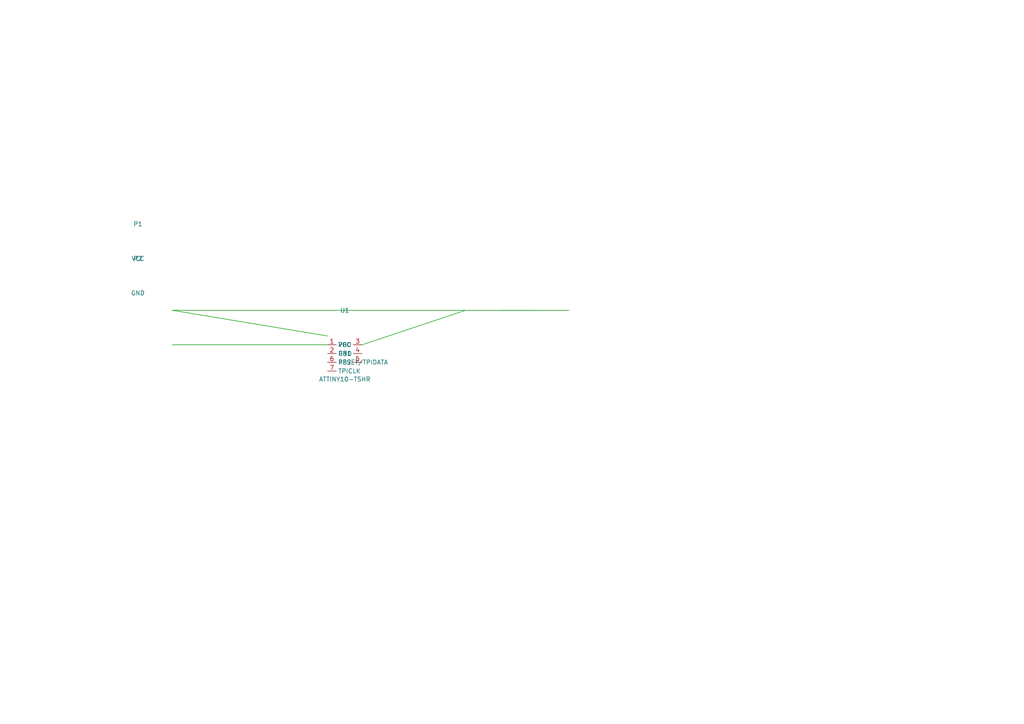
<source format=kicad_sch>
(kicad_sch (version 20250114) (generator "eeschema")
  (paper "A4")
  (lib_symbols
    (symbol "MCU_Microchip_ATtiny:ATtiny10-TSHR"
      (pin passive line (at -5 0 0) (length 2.54) (name "VCC") (number "1"))
      (pin passive line (at -5 -2.54 0) (length 2.54) (name "GND") (number "2"))
      (pin passive line (at 5 0 180) (length 2.54) (name "PB0") (number "3"))
      (pin passive line (at 5 -2.54 180) (length 2.54) (name "PB1") (number "4"))
      (pin passive line (at 5 -5.08 180) (length 2.54) (name "PB2") (number "5"))
      (pin passive line (at -5 -5.08 0) (length 2.54) (name "RESET/TPIDATA") (number "6"))
      (pin passive line (at -5 -7.62 0) (length 2.54) (name "TPICLK") (number "7"))
    )
  )
  (symbol (lib_id "MCU_Microchip_ATtiny:ATtiny10-TSHR") (at 100 100 0) (unit 1)
    (property "Reference" "U1" (at 100 90 0))
    (property "Value" "ATTINY10-TSHR" (at 100 110 0))
  )
  (symbol (lib_id "Device:Battery_Cell") (at 50 100 0)
    (property "Reference" "B1" (at 50 90 0))
    (property "Value" "CR2032" (at 50 110 0))
  )
  (symbol (lib_id "Device:C") (at 75 120 0)
    (property "Reference" "C1" (at 75 115 0))
    (property "Value" "0.1uF" (at 75 125 0))
  )
  (symbol (lib_id "Device:R") (at 140 90 0)
    (property "Reference" "R1" (at 140 85 0))
    (property "Value" "330" (at 140 95 0))
  )
  (symbol (lib_id "Device:LED") (at 160 90 0)
    (property "Reference" "D1" (at 160 85 0))
    (property "Value" "Blue" (at 160 95 0))
  )
  (symbol (lib_id "Connector_Generic:Conn_01x01") (at 40 70 0)
    (property "Reference" "P1" (at 40 65 0))
    (property "Value" "VCC" (at 40 75 0))
  )
  (symbol (lib_id "Connector_Generic:Conn_01x01") (at 40 80 0)
    (property "Reference" "P2" (at 40 75 0))
    (property "Value" "GND" (at 40 85 0))
  )
  (wire (pts (xy 50 100) (xy 95 100)))
  (wire (pts (xy 50 90) (xy 95 97.46)))
  (wire (pts (xy 105 100) (xy 135 90)))
  (wire (pts (xy 145 90) (xy 155 90)))
  (wire (pts (xy 165 90) (xy 50 90)))
)
</source>
